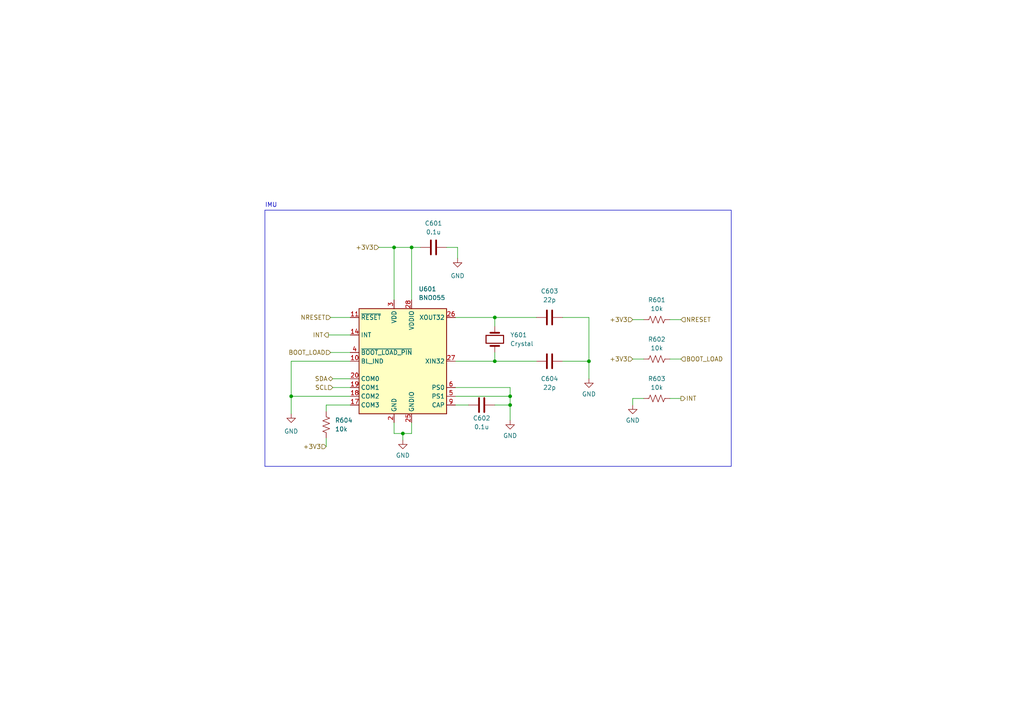
<source format=kicad_sch>
(kicad_sch (version 20230121) (generator eeschema)
  (paper "A4")
  (title_block (title "G.A.I.N.S. IMU Module") (date "2024-01-30") (rev "1") (company "Purdue University") (comment 1 "Team 19") (comment 2 "Owner: Cameron"))
  (lib_symbols
    (symbol "Device:C" (pin_numbers hide) (pin_names (offset 0.254))
      (property "Reference" "C" (at 0.635 2.54 0))
      (property "Value" "C" (at 0.635 -2.54 0))
      (symbol "C_0_1"
        (polyline (pts (xy -2.032 -0.762) (xy 2.032 -0.762)) (stroke (width 0.508)))
        (polyline (pts (xy -2.032 0.762) (xy 2.032 0.762)) (stroke (width 0.508)))
      )
      (symbol "C_1_1"
        (pin passive line (at 0 3.81 270) (length 2.794) (name "~") (number "1"))
        (pin passive line (at 0 -3.81 90) (length 2.794) (name "~") (number "2"))
      )
    )
    (symbol "Device:Crystal" (pin_numbers hide) (pin_names (offset 1.016) hide)
      (property "Reference" "Y" (at 0 3.81 0))
      (property "Value" "Crystal" (at 0 -3.81 0))
      (symbol "Crystal_0_1"
        (rectangle (start -1.143 2.54) (end 1.143 -2.54) (stroke (width 0.3048)))
        (polyline (pts (xy -2.54 0) (xy -1.905 0)))
        (polyline (pts (xy -1.905 -1.27) (xy -1.905 1.27)) (stroke (width 0.508)))
        (polyline (pts (xy 1.905 -1.27) (xy 1.905 1.27)) (stroke (width 0.508)))
        (polyline (pts (xy 2.54 0) (xy 1.905 0)))
      )
      (symbol "Crystal_1_1"
        (pin passive line (at -3.81 0 0) (length 1.27) (name "1") (number "1"))
        (pin passive line (at 3.81 0 180) (length 1.27) (name "2") (number "2"))
      )
    )
    (symbol "Device:R_US" (pin_numbers hide) (pin_names (offset 0))
      (property "Reference" "R" (at 2.54 0 90))
      (property "Value" "R_US" (at -2.54 0 90))
      (symbol "R_US_0_1"
        (polyline (pts (xy 0 -2.286) (xy 0 -2.54)))
        (polyline (pts (xy 0 2.286) (xy 0 2.54)))
        (polyline (pts (xy 0 -0.762) (xy 1.016 -1.143) (xy 0 -1.524) (xy -1.016 -1.905) (xy 0 -2.286)))
        (polyline (pts (xy 0 0.762) (xy 1.016 0.381) (xy 0 0) (xy -1.016 -0.381) (xy 0 -0.762)))
        (polyline (pts (xy 0 2.286) (xy 1.016 1.905) (xy 0 1.524) (xy -1.016 1.143) (xy 0 0.762)))
      )
      (symbol "R_US_1_1"
        (pin passive line (at 0 3.81 270) (length 1.27) (name "~") (number "1"))
        (pin passive line (at 0 -3.81 90) (length 1.27) (name "~") (number "2"))
      )
    )
    (symbol "GAINS_PCB_SYMBOLS:BNO055"
      (property "Reference" "U" (at -11.43 16.51 0))
      (property "Value" "BNO055" (at 12.7 16.51 0))
      (symbol "BNO055_0_1"
        (rectangle (start -12.7 15.24) (end 12.7 -15.24) (stroke (width 0.254)) (fill (type background)))
      )
      (symbol "BNO055_1_1"
        (pin no_connect line (at -12.7 10.16 0) (length 2.54) hide (name "PIN1") (number "1"))
        (pin output line (at -15.24 0 0) (length 2.54) (name "BL_IND") (number "10"))
        (pin input line (at -15.24 12.7 0) (length 2.54) (name "~{RESET}") (number "11"))
        (pin no_connect line (at 12.7 10.16 180) (length 2.54) hide (name "PIN12") (number "12"))
        (pin no_connect line (at 12.7 7.62 180) (length 2.54) hide (name "PIN13") (number "13"))
        (pin output line (at -15.24 7.62 0) (length 2.54) (name "INT") (number "14"))
        (pin passive line (at 2.54 -17.78 90) (length 2.54) hide (name "GNDIO") (number "15"))
        (pin passive line (at 2.54 -17.78 90) (length 2.54) hide (name "GNDIO") (number "16"))
        (pin input line (at -15.24 -12.7 0) (length 2.54) (name "COM3") (number "17"))
        (pin bidirectional line (at -15.24 -10.16 0) (length 2.54) (name "COM2") (number "18"))
        (pin bidirectional line (at -15.24 -7.62 0) (length 2.54) (name "COM1") (number "19"))
        (pin power_in line (at -2.54 -17.78 90) (length 2.54) (name "GND") (number "2"))
        (pin bidirectional line (at -15.24 -5.08 0) (length 2.54) (name "COM0") (number "20"))
        (pin no_connect line (at 12.7 5.08 180) (length 2.54) hide (name "PIN21") (number "21"))
        (pin no_connect line (at 12.7 2.54 180) (length 2.54) hide (name "PIN22") (number "22"))
        (pin no_connect line (at 12.7 -2.54 180) (length 2.54) hide (name "PIN23") (number "23"))
        (pin no_connect line (at 12.7 -5.08 180) (length 2.54) hide (name "PIN24") (number "24"))
        (pin power_in line (at 2.54 -17.78 90) (length 2.54) (name "GNDIO") (number "25"))
        (pin output line (at 15.24 12.7 180) (length 2.54) (name "XOUT32") (number "26"))
        (pin input line (at 15.24 0 180) (length 2.54) (name "XIN32") (number "27"))
        (pin power_in line (at 2.54 17.78 270) (length 2.54) (name "VDDIO") (number "28"))
        (pin power_in line (at -2.54 17.78 270) (length 2.54) (name "VDD") (number "3"))
        (pin input line (at -15.24 2.54 0) (length 2.54) (name "~{BOOT_LOAD_PIN}") (number "4"))
        (pin input line (at 15.24 -10.16 180) (length 2.54) (name "PS1") (number "5"))
        (pin input line (at 15.24 -7.62 180) (length 2.54) (name "PS0") (number "6"))
        (pin no_connect line (at -12.7 5.08 0) (length 2.54) hide (name "PIN7") (number "7"))
        (pin no_connect line (at -12.7 -2.54 0) (length 2.54) hide (name "PIN8") (number "8"))
        (pin passive line (at 15.24 -12.7 180) (length 2.54) (name "CAP") (number "9"))
      )
    )
    (symbol "power:GND" (power) (pin_names (offset 0))
      (property "Value" "GND" (at 0 -3.81 0))
      (symbol "GND_0_1"
        (polyline (pts (xy 0 0) (xy 0 -1.27) (xy 1.27 -1.27) (xy 0 -2.54) (xy -1.27 -1.27) (xy 0 -1.27)))
      )
      (symbol "GND_1_1"
        (pin power_in line (at 0 0 270) (length 0) hide (name "GND") (number "1"))
      )
    )
  )
  (junction (at 147.955 114.935))
  (junction (at 116.84 125.73))
  (junction (at 84.455 114.935))
  (junction (at 119.38 71.755))
  (junction (at 147.955 117.475))
  (junction (at 170.815 104.775))
  (junction (at 143.51 92.075))
  (junction (at 143.51 104.775))
  (junction (at 114.3 71.755))
  (wire (pts (xy 114.3 71.755) (xy 119.38 71.755)))
  (wire (pts (xy 84.455 114.935) (xy 101.6 114.935)))
  (wire (pts (xy 119.38 71.755) (xy 121.92 71.755)))
  (wire (pts (xy 183.515 92.71) (xy 186.69 92.71)))
  (wire (pts (xy 95.885 92.075) (xy 101.6 92.075)))
  (wire (pts (xy 132.08 92.075) (xy 143.51 92.075)))
  (wire (pts (xy 116.84 125.73) (xy 119.38 125.73)))
  (wire (pts (xy 95.25 97.155) (xy 101.6 97.155)))
  (wire (pts (xy 114.3 125.73) (xy 116.84 125.73)))
  (wire (pts (xy 143.51 117.475) (xy 147.955 117.475)))
  (wire (pts (xy 143.51 104.775) (xy 155.575 104.775)))
  (wire (pts (xy 95.885 102.235) (xy 101.6 102.235)))
  (wire (pts (xy 183.515 117.475) (xy 183.515 115.57)))
  (wire (pts (xy 132.08 112.395) (xy 147.955 112.395)))
  (wire (pts (xy 143.51 92.075) (xy 143.51 94.615)))
  (polyline (pts (xy 76.835 60.96) (xy 212.09 60.96)))
  (wire (pts (xy 96.52 112.395) (xy 101.6 112.395)))
  (wire (pts (xy 163.195 92.075) (xy 170.815 92.075)))
  (wire (pts (xy 132.08 104.775) (xy 143.51 104.775)))
  (wire (pts (xy 183.515 115.57) (xy 186.69 115.57)))
  (wire (pts (xy 94.615 127) (xy 94.615 129.54)))
  (wire (pts (xy 132.08 117.475) (xy 135.89 117.475)))
  (wire (pts (xy 129.54 71.755) (xy 132.715 71.755)))
  (polyline (pts (xy 76.835 60.96) (xy 76.835 135.255)))
  (wire (pts (xy 94.615 119.38) (xy 94.615 117.475)))
  (wire (pts (xy 147.955 114.935) (xy 147.955 117.475)))
  (wire (pts (xy 94.615 117.475) (xy 101.6 117.475)))
  (wire (pts (xy 147.955 117.475) (xy 147.955 121.92)))
  (wire (pts (xy 84.455 114.935) (xy 84.455 120.015)))
  (polyline (pts (xy 212.09 60.96) (xy 212.09 135.255)))
  (wire (pts (xy 109.855 71.755) (xy 114.3 71.755)))
  (wire (pts (xy 194.31 115.57) (xy 197.485 115.57)))
  (wire (pts (xy 116.84 125.73) (xy 116.84 127.635)))
  (wire (pts (xy 170.815 104.775) (xy 170.815 109.855)))
  (polyline (pts (xy 212.09 135.255) (xy 76.835 135.255)))
  (wire (pts (xy 84.455 104.775) (xy 84.455 114.935)))
  (wire (pts (xy 132.08 114.935) (xy 147.955 114.935)))
  (wire (pts (xy 194.31 92.71) (xy 197.485 92.71)))
  (wire (pts (xy 132.715 71.755) (xy 132.715 74.93)))
  (wire (pts (xy 114.3 71.755) (xy 114.3 86.995)))
  (wire (pts (xy 143.51 104.775) (xy 143.51 102.235)))
  (wire (pts (xy 119.38 71.755) (xy 119.38 86.995)))
  (wire (pts (xy 114.3 122.555) (xy 114.3 125.73)))
  (wire (pts (xy 143.51 92.075) (xy 155.575 92.075)))
  (wire (pts (xy 183.515 104.14) (xy 186.69 104.14)))
  (wire (pts (xy 147.955 112.395) (xy 147.955 114.935)))
  (wire (pts (xy 119.38 125.73) (xy 119.38 122.555)))
  (wire (pts (xy 194.31 104.14) (xy 197.485 104.14)))
  (wire (pts (xy 101.6 104.775) (xy 84.455 104.775)))
  (wire (pts (xy 170.815 92.075) (xy 170.815 104.775)))
  (wire (pts (xy 163.195 104.775) (xy 170.815 104.775)))
  (wire (pts (xy 96.52 109.855) (xy 101.6 109.855)))
  (text "IMU" (at 76.835 60.325 0) (effects (font (size 1.27 1.27)) (justify left bottom)))
  (hierarchical_label "+3V3" (shape input) (at 183.515 92.71 180))
  (hierarchical_label "NRESET" (shape input) (at 95.885 92.075 180))
  (hierarchical_label "SDA" (shape bidirectional) (at 96.52 109.855 180))
  (hierarchical_label "BOOT_LOAD" (shape input) (at 197.485 104.14 0))
  (hierarchical_label "+3V3" (shape input) (at 109.855 71.755 180))
  (hierarchical_label "INT" (shape output) (at 95.25 97.155 180))
  (hierarchical_label "BOOT_LOAD" (shape input) (at 95.885 102.235 180))
  (hierarchical_label "INT" (shape output) (at 197.485 115.57 0))
  (hierarchical_label "+3V3" (shape input) (at 183.515 104.14 180))
  (hierarchical_label "+3V3" (shape input) (at 94.615 129.54 180))
  (hierarchical_label "SCL" (shape input) (at 96.52 112.395 180))
  (hierarchical_label "NRESET" (shape input) (at 197.485 92.71 0))
  (symbol (lib_id "power:GND") (at 170.815 109.855 0) (unit 1)
    (property "Reference" "#PWR0605" (effects hide))
    (property "Value" "GND" (at 170.815 114.3 0))
  )
  (symbol (lib_id "Device:C") (at 125.73 71.755 90) (unit 1)
    (property "Reference" "C601" (at 125.73 64.77 90))
    (property "Value" "0.1u" (at 125.73 67.31 90))
    (property "Footprint" "Capacitor_SMD:C_0805_2012Metric_Pad1.18x1.45mm_HandSolder" (effects hide))
  )
  (symbol (lib_id "Device:C") (at 159.385 92.075 270) (unit 1)
    (property "Reference" "C603" (at 159.385 84.455 90))
    (property "Value" "22p" (at 159.385 86.995 90))
    (property "Footprint" "Capacitor_SMD:C_0805_2012Metric_Pad1.18x1.45mm_HandSolder" (effects hide))
  )
  (symbol (lib_id "Device:R_US") (at 190.5 92.71 90) (unit 1)
    (property "Reference" "R601" (at 190.5 86.995 90))
    (property "Value" "10k" (at 190.5 89.535 90))
    (property "Footprint" "Resistor_SMD:R_0805_2012Metric_Pad1.20x1.40mm_HandSolder" (effects hide))
  )
  (symbol (lib_id "Device:C") (at 159.385 104.775 270) (unit 1)
    (property "Reference" "C604" (at 159.385 109.855 90))
    (property "Value" "22p" (at 159.385 112.395 90))
    (property "Footprint" "Capacitor_SMD:C_0805_2012Metric_Pad1.18x1.45mm_HandSolder" (effects hide))
  )
  (symbol (lib_id "Device:R_US") (at 190.5 104.14 90) (unit 1)
    (property "Reference" "R602" (at 190.5 98.425 90))
    (property "Value" "10k" (at 190.5 100.965 90))
    (property "Footprint" "Resistor_SMD:R_0805_2012Metric_Pad1.20x1.40mm_HandSolder" (effects hide))
  )
  (symbol (lib_id "Device:C") (at 139.7 117.475 90) (unit 1)
    (property "Reference" "C602" (at 139.7 121.285 90))
    (property "Value" "0.1u" (at 139.7 123.825 90))
    (property "Footprint" "Capacitor_SMD:C_0805_2012Metric_Pad1.18x1.45mm_HandSolder" (effects hide))
  )
  (symbol (lib_id "power:GND") (at 132.715 74.93 0) (unit 1)
    (property "Reference" "#PWR0603" (effects hide))
    (property "Value" "GND" (at 132.715 80.01 0))
  )
  (symbol (lib_id "power:GND") (at 116.84 127.635 0) (unit 1)
    (property "Reference" "#PWR0602" (effects hide))
    (property "Value" "GND" (at 116.84 132.08 0))
  )
  (symbol (lib_id "Device:Crystal") (at 143.51 98.425 90) (unit 1)
    (property "Reference" "Y601" (at 147.955 97.1549 90) (effects (justify right)))
    (property "Value" "Crystal" (at 147.955 99.6949 90) (effects (justify right)))
    (property "Footprint" "Crystal:Crystal_DS26_D2.0mm_L6.0mm_Vertical" (effects hide))
  )
  (symbol (lib_id "GAINS_PCB_SYMBOLS:BNO055") (at 116.84 104.775 0) (unit 1)
    (property "Reference" "U601" (at 121.3994 83.82 0) (effects (justify left)))
    (property "Value" "BNO055" (at 121.3994 86.36 0) (effects (justify left)))
    (property "Footprint" "Package_LGA:LGA-28_5.2x3.8mm_P0.5mm" (effects hide))
    (property "Datasheet" "https://www.bosch-sensortec.com/media/boschsensortec/downloads/datasheets/bst-bno055-ds000.pdf" (effects hide))
  )
  (symbol (lib_id "Device:R_US") (at 94.615 123.19 0) (unit 1)
    (property "Reference" "R604" (at 97.155 121.92 0) (effects (justify left)))
    (property "Value" "10k" (at 97.155 124.46 0) (effects (justify left)))
    (property "Footprint" "Resistor_SMD:R_0805_2012Metric_Pad1.20x1.40mm_HandSolder" (effects hide))
  )
  (symbol (lib_id "power:GND") (at 84.455 120.015 0) (unit 1)
    (property "Reference" "#PWR0601" (effects hide))
    (property "Value" "GND" (at 84.455 125.095 0))
  )
  (symbol (lib_id "Device:R_US") (at 190.5 115.57 90) (unit 1)
    (property "Reference" "R603" (at 190.5 109.855 90))
    (property "Value" "10k" (at 190.5 112.395 90))
    (property "Footprint" "Resistor_SMD:R_0805_2012Metric_Pad1.20x1.40mm_HandSolder" (effects hide))
  )
  (symbol (lib_id "power:GND") (at 147.955 121.92 0) (unit 1)
    (property "Reference" "#PWR0604" (effects hide))
    (property "Value" "GND" (at 147.955 126.365 0))
  )
  (symbol (lib_id "power:GND") (at 183.515 117.475 0) (unit 1)
    (property "Reference" "#PWR0606" (effects hide))
    (property "Value" "GND" (at 183.515 121.92 0))
  )
)
</source>
